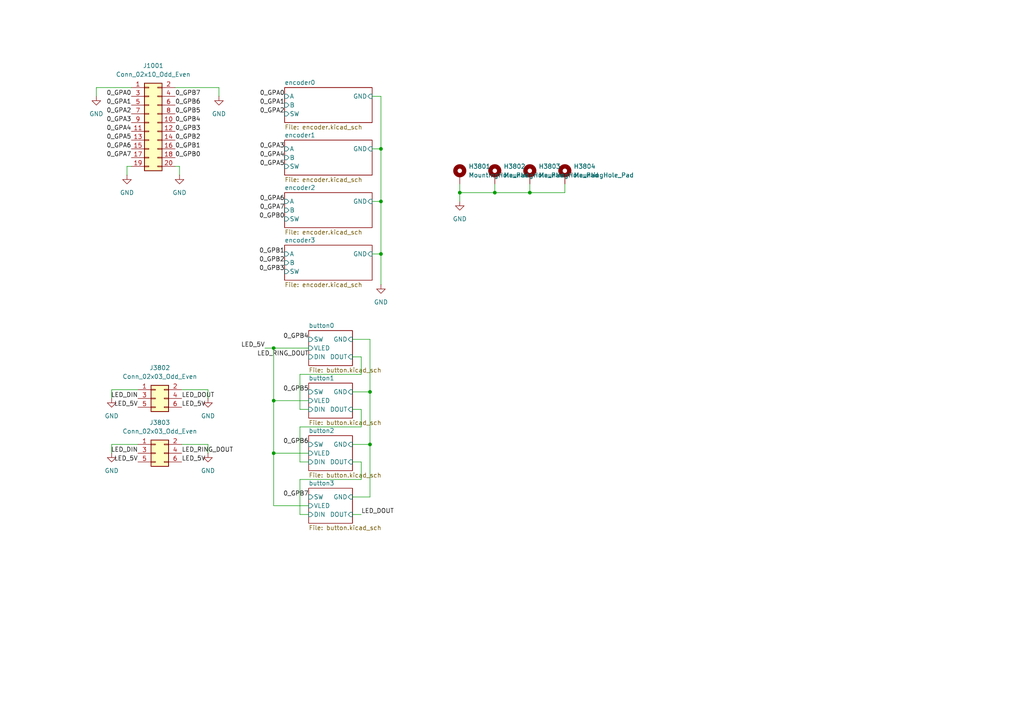
<source format=kicad_sch>
(kicad_sch (version 20250114) (generator "eeschema") (generator_version "9.0")
  (paper "A4")
  (lib_symbols
    (symbol "Connector_Generic:Conn_02x03_Odd_Even" (pin_names (offset 1.016) (hide yes))
      (property "Reference" "J" (at 1.27 5.08 0))
      (property "Value" "Conn_02x03_Odd_Even" (at 1.27 -5.08 0))
      (symbol "Conn_02x03_Odd_Even_1_1"
        (rectangle (start -1.27 3.81) (end 3.81 -3.81) (stroke (width 0.254)) (fill (type background)))
        (rectangle (start -1.27 2.667) (end 0 2.413) (stroke (width 0.1524)))
        (rectangle (start -1.27 0.127) (end 0 -0.127) (stroke (width 0.1524)))
        (rectangle (start -1.27 -2.413) (end 0 -2.667) (stroke (width 0.1524)))
        (rectangle (start 3.81 2.667) (end 2.54 2.413) (stroke (width 0.1524)))
        (rectangle (start 3.81 0.127) (end 2.54 -0.127) (stroke (width 0.1524)))
        (rectangle (start 3.81 -2.413) (end 2.54 -2.667) (stroke (width 0.1524)))
        (pin passive line (at -5.08 2.54 0) (length 3.81) (name "Pin_1") (number "1"))
        (pin passive line (at -5.08 0 0) (length 3.81) (name "Pin_3") (number "3"))
        (pin passive line (at -5.08 -2.54 0) (length 3.81) (name "Pin_5") (number "5"))
        (pin passive line (at 7.62 2.54 180) (length 3.81) (name "Pin_2") (number "2"))
        (pin passive line (at 7.62 0 180) (length 3.81) (name "Pin_4") (number "4"))
        (pin passive line (at 7.62 -2.54 180) (length 3.81) (name "Pin_6") (number "6"))
      )
    )
    (symbol "Connector_Generic:Conn_02x10_Odd_Even" (pin_names (offset 1.016) (hide yes))
      (property "Reference" "J" (at 1.27 12.7 0))
      (property "Value" "Conn_02x10_Odd_Even" (at 1.27 -15.24 0))
      (symbol "Conn_02x10_Odd_Even_1_1"
        (rectangle (start -1.27 11.43) (end 3.81 -13.97) (stroke (width 0.254)) (fill (type background)))
        (rectangle (start -1.27 10.287) (end 0 10.033) (stroke (width 0.1524)))
        (rectangle (start -1.27 7.747) (end 0 7.493) (stroke (width 0.1524)))
        (rectangle (start -1.27 5.207) (end 0 4.953) (stroke (width 0.1524)))
        (rectangle (start -1.27 2.667) (end 0 2.413) (stroke (width 0.1524)))
        (rectangle (start -1.27 0.127) (end 0 -0.127) (stroke (width 0.1524)))
        (rectangle (start -1.27 -2.413) (end 0 -2.667) (stroke (width 0.1524)))
        (rectangle (start -1.27 -4.953) (end 0 -5.207) (stroke (width 0.1524)))
        (rectangle (start -1.27 -7.493) (end 0 -7.747) (stroke (width 0.1524)))
        (rectangle (start -1.27 -10.033) (end 0 -10.287) (stroke (width 0.1524)))
        (rectangle (start -1.27 -12.573) (end 0 -12.827) (stroke (width 0.1524)))
        (rectangle (start 3.81 10.287) (end 2.54 10.033) (stroke (width 0.1524)))
        (rectangle (start 3.81 7.747) (end 2.54 7.493) (stroke (width 0.1524)))
        (rectangle (start 3.81 5.207) (end 2.54 4.953) (stroke (width 0.1524)))
        (rectangle (start 3.81 2.667) (end 2.54 2.413) (stroke (width 0.1524)))
        (rectangle (start 3.81 0.127) (end 2.54 -0.127) (stroke (width 0.1524)))
        (rectangle (start 3.81 -2.413) (end 2.54 -2.667) (stroke (width 0.1524)))
        (rectangle (start 3.81 -4.953) (end 2.54 -5.207) (stroke (width 0.1524)))
        (rectangle (start 3.81 -7.493) (end 2.54 -7.747) (stroke (width 0.1524)))
        (rectangle (start 3.81 -10.033) (end 2.54 -10.287) (stroke (width 0.1524)))
        (rectangle (start 3.81 -12.573) (end 2.54 -12.827) (stroke (width 0.1524)))
        (pin passive line (at -5.08 10.16 0) (length 3.81) (name "Pin_1") (number "1"))
        (pin passive line (at -5.08 7.62 0) (length 3.81) (name "Pin_3") (number "3"))
        (pin passive line (at -5.08 5.08 0) (length 3.81) (name "Pin_5") (number "5"))
        (pin passive line (at -5.08 2.54 0) (length 3.81) (name "Pin_7") (number "7"))
        (pin passive line (at -5.08 0 0) (length 3.81) (name "Pin_9") (number "9"))
        (pin passive line (at -5.08 -2.54 0) (length 3.81) (name "Pin_11") (number "11"))
        (pin passive line (at -5.08 -5.08 0) (length 3.81) (name "Pin_13") (number "13"))
        (pin passive line (at -5.08 -7.62 0) (length 3.81) (name "Pin_15") (number "15"))
        (pin passive line (at -5.08 -10.16 0) (length 3.81) (name "Pin_17") (number "17"))
        (pin passive line (at -5.08 -12.7 0) (length 3.81) (name "Pin_19") (number "19"))
        (pin passive line (at 7.62 10.16 180) (length 3.81) (name "Pin_2") (number "2"))
        (pin passive line (at 7.62 7.62 180) (length 3.81) (name "Pin_4") (number "4"))
        (pin passive line (at 7.62 5.08 180) (length 3.81) (name "Pin_6") (number "6"))
        (pin passive line (at 7.62 2.54 180) (length 3.81) (name "Pin_8") (number "8"))
        (pin passive line (at 7.62 0 180) (length 3.81) (name "Pin_10") (number "10"))
        (pin passive line (at 7.62 -2.54 180) (length 3.81) (name "Pin_12") (number "12"))
        (pin passive line (at 7.62 -5.08 180) (length 3.81) (name "Pin_14") (number "14"))
        (pin passive line (at 7.62 -7.62 180) (length 3.81) (name "Pin_16") (number "16"))
        (pin passive line (at 7.62 -10.16 180) (length 3.81) (name "Pin_18") (number "18"))
        (pin passive line (at 7.62 -12.7 180) (length 3.81) (name "Pin_20") (number "20"))
      )
    )
    (symbol "Mechanical:MountingHole_Pad" (pin_numbers (hide yes)) (pin_names (offset 1.016) (hide yes)) (exclude_from_sim yes) (in_bom no)
      (property "Reference" "H" (at 0 6.35 0))
      (property "Value" "MountingHole_Pad" (at 0 4.445 0))
      (symbol "MountingHole_Pad_0_1"
        (circle (center 0 1.27) (radius 1.27) (stroke (width 1.27)))
      )
      (symbol "MountingHole_Pad_1_1"
        (pin input line (at 0 -2.54 90) (length 2.54) (name "1") (number "1"))
      )
    )
    (symbol "power:GND" (power) (pin_numbers (hide yes)) (pin_names (offset 0) (hide yes))
      (property "Value" "GND" (at 0 -3.81 0))
      (symbol "GND_0_1"
        (polyline (pts (xy 0 0) (xy 0 -1.27) (xy 1.27 -1.27) (xy 0 -2.54) (xy -1.27 -1.27) (xy 0 -1.27)))
      )
      (symbol "GND_1_1"
        (pin power_in line (at 0 0 270) (length 0) (name "~") (number "1"))
      )
    )
  )
  (junction (at 107.315 128.905))
  (junction (at 110.49 73.66))
  (junction (at 110.49 58.42))
  (junction (at 143.51 55.88))
  (junction (at 107.315 113.665))
  (junction (at 110.49 43.18))
  (junction (at 153.67 55.88))
  (junction (at 79.375 131.445))
  (junction (at 79.375 116.205))
  (junction (at 133.35 55.88))
  (junction (at 79.375 100.965))
  (wire (pts (xy 32.385 115.57) (xy 32.385 113.03)))
  (wire (pts (xy 110.49 58.42) (xy 110.49 43.18)))
  (wire (pts (xy 32.385 113.03) (xy 40.005 113.03)))
  (wire (pts (xy 79.375 100.965) (xy 89.535 100.965)))
  (wire (pts (xy 27.94 27.94) (xy 27.94 25.4)))
  (wire (pts (xy 32.385 128.905) (xy 40.005 128.905)))
  (wire (pts (xy 50.8 48.26) (xy 52.07 48.26)))
  (wire (pts (xy 79.375 100.965) (xy 79.375 116.205)))
  (wire (pts (xy 102.235 149.225) (xy 104.775 149.225)))
  (wire (pts (xy 110.49 43.18) (xy 110.49 27.94)))
  (wire (pts (xy 163.83 53.34) (xy 163.83 55.88)))
  (wire (pts (xy 163.83 55.88) (xy 153.67 55.88)))
  (wire (pts (xy 79.375 131.445) (xy 79.375 146.685)))
  (wire (pts (xy 79.375 116.205) (xy 79.375 131.445)))
  (wire (pts (xy 107.95 43.18) (xy 110.49 43.18)))
  (wire (pts (xy 153.67 53.34) (xy 153.67 55.88)))
  (wire (pts (xy 27.94 25.4) (xy 38.1 25.4)))
  (wire (pts (xy 143.51 53.34) (xy 143.51 55.88)))
  (wire (pts (xy 102.235 133.985) (xy 104.775 133.985)))
  (wire (pts (xy 86.995 133.985) (xy 89.535 133.985)))
  (wire (pts (xy 104.775 108.585) (xy 86.995 108.585)))
  (wire (pts (xy 86.995 139.065) (xy 86.995 149.225)))
  (wire (pts (xy 79.375 131.445) (xy 89.535 131.445)))
  (wire (pts (xy 79.375 146.685) (xy 89.535 146.685)))
  (wire (pts (xy 86.995 149.225) (xy 89.535 149.225)))
  (wire (pts (xy 79.375 116.205) (xy 89.535 116.205)))
  (wire (pts (xy 104.775 118.745) (xy 104.775 123.825)))
  (wire (pts (xy 104.775 139.065) (xy 86.995 139.065)))
  (wire (pts (xy 104.775 133.985) (xy 104.775 139.065)))
  (wire (pts (xy 153.67 55.88) (xy 143.51 55.88)))
  (wire (pts (xy 102.235 103.505) (xy 104.775 103.505)))
  (wire (pts (xy 104.775 123.825) (xy 86.995 123.825)))
  (wire (pts (xy 38.1 48.26) (xy 36.83 48.26)))
  (wire (pts (xy 107.95 58.42) (xy 110.49 58.42)))
  (wire (pts (xy 133.35 53.34) (xy 133.35 55.88)))
  (wire (pts (xy 86.995 118.745) (xy 89.535 118.745)))
  (wire (pts (xy 36.83 48.26) (xy 36.83 50.8)))
  (wire (pts (xy 52.705 113.03) (xy 60.325 113.03)))
  (wire (pts (xy 63.5 25.4) (xy 50.8 25.4)))
  (wire (pts (xy 32.385 131.445) (xy 32.385 128.905)))
  (wire (pts (xy 102.235 98.425) (xy 107.315 98.425)))
  (wire (pts (xy 52.705 128.905) (xy 60.325 128.905)))
  (wire (pts (xy 102.235 144.145) (xy 107.315 144.145)))
  (wire (pts (xy 60.325 128.905) (xy 60.325 131.445)))
  (wire (pts (xy 110.49 73.66) (xy 110.49 82.55)))
  (wire (pts (xy 76.835 100.965) (xy 79.375 100.965)))
  (wire (pts (xy 143.51 55.88) (xy 133.35 55.88)))
  (wire (pts (xy 107.315 113.665) (xy 107.315 98.425)))
  (wire (pts (xy 110.49 73.66) (xy 110.49 58.42)))
  (wire (pts (xy 107.315 128.905) (xy 107.315 113.665)))
  (wire (pts (xy 102.235 128.905) (xy 107.315 128.905)))
  (wire (pts (xy 63.5 27.94) (xy 63.5 25.4)))
  (wire (pts (xy 86.995 123.825) (xy 86.995 133.985)))
  (wire (pts (xy 102.235 118.745) (xy 104.775 118.745)))
  (wire (pts (xy 52.07 48.26) (xy 52.07 50.8)))
  (wire (pts (xy 60.325 113.03) (xy 60.325 115.57)))
  (wire (pts (xy 133.35 55.88) (xy 133.35 58.42)))
  (wire (pts (xy 86.995 108.585) (xy 86.995 118.745)))
  (wire (pts (xy 104.775 103.505) (xy 104.775 108.585)))
  (wire (pts (xy 102.235 113.665) (xy 107.315 113.665)))
  (wire (pts (xy 110.49 27.94) (xy 107.95 27.94)))
  (wire (pts (xy 107.95 73.66) (xy 110.49 73.66)))
  (wire (pts (xy 107.315 144.145) (xy 107.315 128.905)))
  (label "LED_DOUT" (at 104.775 149.225 0))
  (label "0_GPA2" (at 38.1 33.02 180))
  (label "0_GPA6" (at 82.55 58.42 180))
  (label "LED_5V" (at 52.705 133.985 0))
  (label "LED_5V" (at 40.005 118.11 180))
  (label "0_GPB5" (at 89.535 113.665 180))
  (label "0_GPA3" (at 82.55 43.18 180))
  (label "LED_DOUT" (at 52.705 115.57 0))
  (label "LED_RING_DOUT" (at 52.705 131.445 0))
  (label "0_GPB1" (at 82.55 73.66 180))
  (label "0_GPA4" (at 82.55 45.72 180))
  (label "0_GPA5" (at 82.55 48.26 180))
  (label "0_GPA2" (at 82.55 33.02 180))
  (label "0_GPA4" (at 38.1 38.1 180))
  (label "0_GPA0" (at 38.1 27.94 180))
  (label "0_GPB1" (at 50.8 43.18 0))
  (label "LED_5V" (at 40.005 133.985 180))
  (label "LED_5V" (at 52.705 118.11 0))
  (label "0_GPA7" (at 38.1 45.72 180))
  (label "0_GPA3" (at 38.1 35.56 180))
  (label "LED_DIN" (at 40.005 115.57 180))
  (label "LED_5V" (at 76.835 100.965 180))
  (label "0_GPB5" (at 50.8 33.02 0))
  (label "0_GPB7" (at 89.535 144.145 180))
  (label "0_GPB6" (at 89.535 128.905 180))
  (label "LED_DIN" (at 40.005 131.445 180))
  (label "LED_RING_DOUT" (at 89.535 103.505 180))
  (label "0_GPB2" (at 50.8 40.64 0))
  (label "0_GPB6" (at 50.8 30.48 0))
  (label "0_GPA1" (at 82.55 30.48 180))
  (label "0_GPB3" (at 82.55 78.74 180))
  (label "0_GPB0" (at 82.55 63.5 180))
  (label "0_GPA6" (at 38.1 43.18 180))
  (label "0_GPA7" (at 82.55 60.96 180))
  (label "0_GPB4" (at 89.535 98.425 180))
  (label "0_GPA1" (at 38.1 30.48 180))
  (label "0_GPB2" (at 82.55 76.2 180))
  (label "0_GPB4" (at 50.8 35.56 0))
  (label "0_GPA0" (at 82.55 27.94 180))
  (label "0_GPB3" (at 50.8 38.1 0))
  (label "0_GPB7" (at 50.8 27.94 0))
  (label "0_GPA5" (at 38.1 40.64 180))
  (label "0_GPB0" (at 50.8 45.72 0))
  (symbol (lib_id "power:GND") (at 110.49 82.55 0) (unit 1)
    (property "Reference" "#PWR03807" (effects (hide yes)))
    (property "Value" "GND" (at 110.49 87.63 0))
    (property "Description" "Power symbol creates a global label with name \"GND\" , ground" (effects (hide yes)))
  )
  (symbol (lib_id "power:GND") (at 63.5 27.94 0) (unit 1)
    (property "Reference" "#PWR03806" (effects (hide yes)))
    (property "Value" "GND" (at 63.5 33.02 0))
    (property "Description" "Power symbol creates a global label with name \"GND\" , ground" (effects (hide yes)))
  )
  (symbol (lib_id "power:GND") (at 27.94 27.94 0) (unit 1)
    (property "Reference" "#PWR03801" (effects (hide yes)))
    (property "Value" "GND" (at 27.94 33.02 0))
    (property "Description" "Power symbol creates a global label with name \"GND\" , ground" (effects (hide yes)))
  )
  (symbol (lib_id "power:GND") (at 52.07 50.8 0) (unit 1)
    (property "Reference" "#PWR03810" (effects (hide yes)))
    (property "Value" "GND" (at 52.07 55.88 0))
    (property "Description" "Power symbol creates a global label with name \"GND\" , ground" (effects (hide yes)))
  )
  (symbol (lib_id "power:GND") (at 32.385 131.445 0) (unit 1)
    (property "Reference" "#PWR03803" (effects (hide yes)))
    (property "Value" "GND" (at 32.385 136.525 0))
    (property "Description" "Power symbol creates a global label with name \"GND\" , ground" (effects (hide yes)))
  )
  (symbol (lib_id "Connector_Generic:Conn_02x03_Odd_Even") (at 45.085 131.445 0) (unit 1)
    (property "Reference" "J3803" (at 46.355 122.555 0))
    (property "Value" "Conn_02x03_Odd_Even" (at 46.355 125.095 0))
    (property "Footprint" "Connector_PinHeader_2.54mm:PinHeader_2x03_P2.54mm_Vertical" (effects (hide yes)))
    (property "Description" "Generic connector, double row, 02x03, odd/even pin numbering scheme (row 1 odd numbers, row 2 even numbers), script generated (kicad-library-utils/schlib/autogen/connector/)" (effects (hide yes)))
  )
  (symbol (lib_id "power:GND") (at 60.325 131.445 0) (unit 1)
    (property "Reference" "#PWR03805" (effects (hide yes)))
    (property "Value" "GND" (at 60.325 136.525 0))
    (property "Description" "Power symbol creates a global label with name \"GND\" , ground" (effects (hide yes)))
  )
  (symbol (lib_id "Mechanical:MountingHole_Pad") (at 143.51 50.8 0) (unit 1) (exclude_from_sim yes) (in_bom no)
    (property "Reference" "H3802" (at 146.05 48.2599 0) (effects (justify left)))
    (property "Value" "MountingHole_Pad" (at 146.05 50.7999 0) (effects (justify left)))
    (property "Footprint" "MountingHole:MountingHole_2.5mm_Pad_Via" (effects (hide yes)))
    (property "Description" "Mounting Hole with connection" (effects (hide yes)))
  )
  (symbol (lib_id "Mechanical:MountingHole_Pad") (at 133.35 50.8 0) (unit 1) (exclude_from_sim yes) (in_bom no)
    (property "Reference" "H3801" (at 135.89 48.2599 0) (effects (justify left)))
    (property "Value" "MountingHole_Pad" (at 135.89 50.7999 0) (effects (justify left)))
    (property "Footprint" "MountingHole:MountingHole_2.5mm_Pad_Via" (effects (hide yes)))
    (property "Description" "Mounting Hole with connection" (effects (hide yes)))
  )
  (symbol (lib_id "power:GND") (at 36.83 50.8 0) (unit 1)
    (property "Reference" "#PWR03809" (effects (hide yes)))
    (property "Value" "GND" (at 36.83 55.88 0))
    (property "Description" "Power symbol creates a global label with name \"GND\" , ground" (effects (hide yes)))
  )
  (symbol (lib_id "power:GND") (at 60.325 115.57 0) (unit 1)
    (property "Reference" "#PWR03804" (effects (hide yes)))
    (property "Value" "GND" (at 60.325 120.65 0))
    (property "Description" "Power symbol creates a global label with name \"GND\" , ground" (effects (hide yes)))
  )
  (symbol (lib_id "Connector_Generic:Conn_02x03_Odd_Even") (at 45.085 115.57 0) (unit 1)
    (property "Reference" "J3802" (at 46.355 106.68 0))
    (property "Value" "Conn_02x03_Odd_Even" (at 46.355 109.22 0))
    (property "Footprint" "Connector_IDC:IDC-Header_2x03_P2.54mm_Vertical" (effects (hide yes)))
    (property "Description" "Generic connector, double row, 02x03, odd/even pin numbering scheme (row 1 odd numbers, row 2 even numbers), script generated (kicad-library-utils/schlib/autogen/connector/)" (effects (hide yes)))
  )
  (symbol (lib_id "Mechanical:MountingHole_Pad") (at 163.83 50.8 0) (unit 1) (exclude_from_sim yes) (in_bom no)
    (property "Reference" "H3804" (at 166.37 48.2599 0) (effects (justify left)))
    (property "Value" "MountingHole_Pad" (at 166.37 50.7999 0) (effects (justify left)))
    (property "Footprint" "MountingHole:MountingHole_2.5mm_Pad_Via" (effects (hide yes)))
    (property "Description" "Mounting Hole with connection" (effects (hide yes)))
  )
  (symbol (lib_id "power:GND") (at 32.385 115.57 0) (unit 1)
    (property "Reference" "#PWR03802" (effects (hide yes)))
    (property "Value" "GND" (at 32.385 120.65 0))
    (property "Description" "Power symbol creates a global label with name \"GND\" , ground" (effects (hide yes)))
  )
  (symbol (lib_id "Mechanical:MountingHole_Pad") (at 153.67 50.8 0) (unit 1) (exclude_from_sim yes) (in_bom no)
    (property "Reference" "H3803" (at 156.21 48.2599 0) (effects (justify left)))
    (property "Value" "MountingHole_Pad" (at 156.21 50.7999 0) (effects (justify left)))
    (property "Footprint" "MountingHole:MountingHole_2.5mm_Pad_Via" (effects (hide yes)))
    (property "Description" "Mounting Hole with connection" (effects (hide yes)))
  )
  (symbol (lib_id "power:GND") (at 133.35 58.42 0) (unit 1)
    (property "Reference" "#PWR03808" (effects (hide yes)))
    (property "Value" "GND" (at 133.35 63.5 0))
    (property "Description" "Power symbol creates a global label with name \"GND\" , ground" (effects (hide yes)))
  )
  (symbol (lib_id "Connector_Generic:Conn_02x10_Odd_Even") (at 43.18 35.56 0) (unit 1)
    (property "Reference" "J1001" (at 44.45 19.05 0))
    (property "Value" "Conn_02x10_Odd_Even" (at 44.45 21.59 0))
    (property "Footprint" "Connector_IDC:IDC-Header_2x10_P2.54mm_Vertical" (effects (hide yes)))
    (property "Description" "Generic connector, double row, 02x10, odd/even pin numbering scheme (row 1 odd numbers, row 2 even numbers), script generated (kicad-library-utils/schlib/autogen/connector/)" (effects (hide yes)))
  )
  (sheet (at 82.55 55.88) (size 25.4 10.16) (stroke (width 0.1524))
    (property "Sheetname" "encoder2" (at 82.55 55.1684 0) (effects (justify left bottom)))
    (property "Sheetfile" "encoder.kicad_sch" (at 82.55 66.6246 0) (effects (justify left top)))
    (pin "A" input (at 82.55 58.42 180))
    (pin "B" input (at 82.55 60.96 180))
    (pin "SW" input (at 82.55 63.5 180))
    (pin "GND" input (at 107.95 58.42 0))
  )
  (sheet (at 82.55 40.64) (size 25.4 10.16) (stroke (width 0.1524))
    (property "Sheetname" "encoder1" (at 82.55 39.9284 0) (effects (justify left bottom)))
    (property "Sheetfile" "encoder.kicad_sch" (at 82.55 51.3846 0) (effects (justify left top)))
    (pin "A" input (at 82.55 43.18 180))
    (pin "B" input (at 82.55 45.72 180))
    (pin "SW" input (at 82.55 48.26 180))
    (pin "GND" input (at 107.95 43.18 0))
  )
  (sheet (at 82.55 25.4) (size 25.4 10.16) (stroke (width 0.1524))
    (property "Sheetname" "encoder0" (at 82.55 24.6884 0) (effects (justify left bottom)))
    (property "Sheetfile" "encoder.kicad_sch" (at 82.55 36.1446 0) (effects (justify left top)))
    (pin "A" input (at 82.55 27.94 180))
    (pin "B" input (at 82.55 30.48 180))
    (pin "SW" input (at 82.55 33.02 180))
    (pin "GND" input (at 107.95 27.94 0))
  )
  (sheet (at 89.535 126.365) (size 12.7 10.16) (stroke (width 0.1524))
    (property "Sheetname" "button2" (at 89.535 125.6534 0) (effects (justify left bottom)))
    (property "Sheetfile" "button.kicad_sch" (at 89.535 137.1096 0) (effects (justify left top)))
    (pin "GND" input (at 102.235 128.905 0))
    (pin "SW" input (at 89.535 128.905 180))
    (pin "DIN" input (at 89.535 133.985 180))
    (pin "DOUT" input (at 102.235 133.985 0))
    (pin "VLED" input (at 89.535 131.445 180))
  )
  (sheet (at 89.535 111.125) (size 12.7 10.16) (stroke (width 0.1524))
    (property "Sheetname" "button1" (at 89.535 110.4134 0) (effects (justify left bottom)))
    (property "Sheetfile" "button.kicad_sch" (at 89.535 121.8696 0) (effects (justify left top)))
    (pin "GND" input (at 102.235 113.665 0))
    (pin "SW" input (at 89.535 113.665 180))
    (pin "DIN" input (at 89.535 118.745 180))
    (pin "DOUT" input (at 102.235 118.745 0))
    (pin "VLED" input (at 89.535 116.205 180))
  )
  (sheet (at 89.535 95.885) (size 12.7 10.16) (stroke (width 0.1524))
    (property "Sheetname" "button0" (at 89.535 95.1734 0) (effects (justify left bottom)))
    (property "Sheetfile" "button.kicad_sch" (at 89.535 106.6296 0) (effects (justify left top)))
    (pin "GND" input (at 102.235 98.425 0))
    (pin "SW" input (at 89.535 98.425 180))
    (pin "DIN" input (at 89.535 103.505 180))
    (pin "DOUT" input (at 102.235 103.505 0))
    (pin "VLED" input (at 89.535 100.965 180))
  )
  (sheet (at 82.55 71.12) (size 25.4 10.16) (stroke (width 0.1524))
    (property "Sheetname" "encoder3" (at 82.55 70.4084 0) (effects (justify left bottom)))
    (property "Sheetfile" "encoder.kicad_sch" (at 82.55 81.8646 0) (effects (justify left top)))
    (pin "A" input (at 82.55 73.66 180))
    (pin "B" input (at 82.55 76.2 180))
    (pin "SW" input (at 82.55 78.74 180))
    (pin "GND" input (at 107.95 73.66 0))
  )
  (sheet (at 89.535 141.605) (size 12.7 10.16) (stroke (width 0.1524))
    (property "Sheetname" "button3" (at 89.535 140.8934 0) (effects (justify left bottom)))
    (property "Sheetfile" "button.kicad_sch" (at 89.535 152.3496 0) (effects (justify left top)))
    (pin "GND" input (at 102.235 144.145 0))
    (pin "SW" input (at 89.535 144.145 180))
    (pin "DIN" input (at 89.535 149.225 180))
    (pin "DOUT" input (at 102.235 149.225 0))
    (pin "VLED" input (at 89.535 146.685 180))
  )
)
</source>
